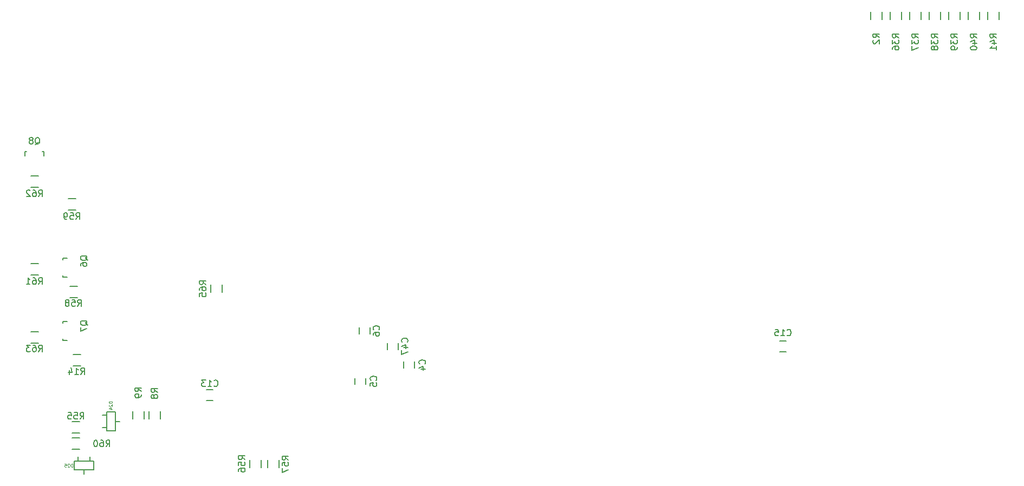
<source format=gbr>
G04 #@! TF.FileFunction,Legend,Bot*
%FSLAX46Y46*%
G04 Gerber Fmt 4.6, Leading zero omitted, Abs format (unit mm)*
G04 Created by KiCad (PCBNEW 4.0.3-stable) date 09/24/16 12:23:26*
%MOMM*%
%LPD*%
G01*
G04 APERTURE LIST*
%ADD10C,0.100000*%
%ADD11C,0.150000*%
%ADD12C,0.127000*%
%ADD13C,0.099060*%
G04 APERTURE END LIST*
D10*
D11*
X128485000Y-126246000D02*
X128485000Y-127246000D01*
X126785000Y-127246000D02*
X126785000Y-126246000D01*
X120865000Y-128806000D02*
X120865000Y-129806000D01*
X119165000Y-129806000D02*
X119165000Y-128806000D01*
X119800000Y-121912000D02*
X119800000Y-120912000D01*
X121500000Y-120912000D02*
X121500000Y-121912000D01*
X75092000Y-126859000D02*
X76292000Y-126859000D01*
X76292000Y-125109000D02*
X75092000Y-125109000D01*
X87009000Y-134020000D02*
X87009000Y-135220000D01*
X88759000Y-135220000D02*
X88759000Y-134020000D01*
X86219000Y-135220000D02*
X86219000Y-134020000D01*
X84469000Y-134020000D02*
X84469000Y-135220000D01*
X199785000Y-71536000D02*
X199785000Y-72736000D01*
X201535000Y-72736000D02*
X201535000Y-71536000D01*
X202833000Y-71536000D02*
X202833000Y-72736000D01*
X204583000Y-72736000D02*
X204583000Y-71536000D01*
X205881000Y-71536000D02*
X205881000Y-72736000D01*
X207631000Y-72736000D02*
X207631000Y-71536000D01*
X208929000Y-71536000D02*
X208929000Y-72736000D01*
X210679000Y-72736000D02*
X210679000Y-71536000D01*
X211977000Y-71536000D02*
X211977000Y-72736000D01*
X213727000Y-72736000D02*
X213727000Y-71536000D01*
X215025000Y-71536000D02*
X215025000Y-72736000D01*
X216775000Y-72736000D02*
X216775000Y-71536000D01*
X218073000Y-71536000D02*
X218073000Y-72736000D01*
X219823000Y-72736000D02*
X219823000Y-71536000D01*
X104507000Y-142793000D02*
X104507000Y-141593000D01*
X102757000Y-141593000D02*
X102757000Y-142793000D01*
X107301000Y-142840000D02*
X107301000Y-141640000D01*
X105551000Y-141640000D02*
X105551000Y-142840000D01*
X74584000Y-116191000D02*
X75784000Y-116191000D01*
X75784000Y-114441000D02*
X74584000Y-114441000D01*
X74330000Y-102475000D02*
X75530000Y-102475000D01*
X75530000Y-100725000D02*
X74330000Y-100725000D01*
D12*
X80368140Y-134620000D02*
X79707740Y-134620000D01*
X80368140Y-136525000D02*
X79707740Y-136525000D01*
X81765140Y-135572500D02*
X82425540Y-135572500D01*
X81765140Y-137071100D02*
X81765140Y-134073900D01*
X81765140Y-134073900D02*
X80368140Y-134073900D01*
X80368140Y-134073900D02*
X80368140Y-137071100D01*
X80368140Y-137071100D02*
X81765140Y-137071100D01*
X77787500Y-141754860D02*
X77787500Y-141094460D01*
X75882500Y-141754860D02*
X75882500Y-141094460D01*
X76835000Y-143151860D02*
X76835000Y-143812260D01*
X75336400Y-143151860D02*
X78333600Y-143151860D01*
X78333600Y-143151860D02*
X78333600Y-141754860D01*
X78333600Y-141754860D02*
X75336400Y-141754860D01*
X75336400Y-141754860D02*
X75336400Y-143151860D01*
D11*
X74965000Y-137400000D02*
X76165000Y-137400000D01*
X76165000Y-135650000D02*
X74965000Y-135650000D01*
X74965000Y-139940000D02*
X76165000Y-139940000D01*
X76165000Y-138190000D02*
X74965000Y-138190000D01*
X97000000Y-132295000D02*
X96000000Y-132295000D01*
X96000000Y-130595000D02*
X97000000Y-130595000D01*
X185555000Y-122975000D02*
X186555000Y-122975000D01*
X186555000Y-124675000D02*
X185555000Y-124675000D01*
X124245000Y-124325000D02*
X124245000Y-123325000D01*
X125945000Y-123325000D02*
X125945000Y-124325000D01*
X73517760Y-112805160D02*
X73517760Y-112756900D01*
X74218800Y-110006180D02*
X73517760Y-110006180D01*
X73517760Y-110006180D02*
X73517760Y-110255100D01*
X73517760Y-112805160D02*
X73517760Y-113005820D01*
X73517760Y-113005820D02*
X74218800Y-113005820D01*
X73517760Y-122711160D02*
X73517760Y-122662900D01*
X74218800Y-119912180D02*
X73517760Y-119912180D01*
X73517760Y-119912180D02*
X73517760Y-120161100D01*
X73517760Y-122711160D02*
X73517760Y-122911820D01*
X73517760Y-122911820D02*
X74218800Y-122911820D01*
X67788840Y-93329760D02*
X67837100Y-93329760D01*
X70587820Y-94030800D02*
X70587820Y-93329760D01*
X70587820Y-93329760D02*
X70338900Y-93329760D01*
X67788840Y-93329760D02*
X67588180Y-93329760D01*
X67588180Y-93329760D02*
X67588180Y-94030800D01*
X69688000Y-110885000D02*
X68488000Y-110885000D01*
X68488000Y-112635000D02*
X69688000Y-112635000D01*
X68488000Y-98919000D02*
X69688000Y-98919000D01*
X69688000Y-97169000D02*
X68488000Y-97169000D01*
X68488000Y-123303000D02*
X69688000Y-123303000D01*
X69688000Y-121553000D02*
X68488000Y-121553000D01*
X98411000Y-115408000D02*
X98411000Y-114208000D01*
X96661000Y-114208000D02*
X96661000Y-115408000D01*
X130092143Y-126579334D02*
X130139762Y-126531715D01*
X130187381Y-126388858D01*
X130187381Y-126293620D01*
X130139762Y-126150762D01*
X130044524Y-126055524D01*
X129949286Y-126007905D01*
X129758810Y-125960286D01*
X129615952Y-125960286D01*
X129425476Y-126007905D01*
X129330238Y-126055524D01*
X129235000Y-126150762D01*
X129187381Y-126293620D01*
X129187381Y-126388858D01*
X129235000Y-126531715D01*
X129282619Y-126579334D01*
X129520714Y-127436477D02*
X130187381Y-127436477D01*
X129139762Y-127198381D02*
X129854048Y-126960286D01*
X129854048Y-127579334D01*
X122472143Y-129139334D02*
X122519762Y-129091715D01*
X122567381Y-128948858D01*
X122567381Y-128853620D01*
X122519762Y-128710762D01*
X122424524Y-128615524D01*
X122329286Y-128567905D01*
X122138810Y-128520286D01*
X121995952Y-128520286D01*
X121805476Y-128567905D01*
X121710238Y-128615524D01*
X121615000Y-128710762D01*
X121567381Y-128853620D01*
X121567381Y-128948858D01*
X121615000Y-129091715D01*
X121662619Y-129139334D01*
X121567381Y-130044096D02*
X121567381Y-129567905D01*
X122043571Y-129520286D01*
X121995952Y-129567905D01*
X121948333Y-129663143D01*
X121948333Y-129901239D01*
X121995952Y-129996477D01*
X122043571Y-130044096D01*
X122138810Y-130091715D01*
X122376905Y-130091715D01*
X122472143Y-130044096D01*
X122519762Y-129996477D01*
X122567381Y-129901239D01*
X122567381Y-129663143D01*
X122519762Y-129567905D01*
X122472143Y-129520286D01*
X122912143Y-121245334D02*
X122959762Y-121197715D01*
X123007381Y-121054858D01*
X123007381Y-120959620D01*
X122959762Y-120816762D01*
X122864524Y-120721524D01*
X122769286Y-120673905D01*
X122578810Y-120626286D01*
X122435952Y-120626286D01*
X122245476Y-120673905D01*
X122150238Y-120721524D01*
X122055000Y-120816762D01*
X122007381Y-120959620D01*
X122007381Y-121054858D01*
X122055000Y-121197715D01*
X122102619Y-121245334D01*
X122007381Y-122102477D02*
X122007381Y-121912000D01*
X122055000Y-121816762D01*
X122102619Y-121769143D01*
X122245476Y-121673905D01*
X122435952Y-121626286D01*
X122816905Y-121626286D01*
X122912143Y-121673905D01*
X122959762Y-121721524D01*
X123007381Y-121816762D01*
X123007381Y-122007239D01*
X122959762Y-122102477D01*
X122912143Y-122150096D01*
X122816905Y-122197715D01*
X122578810Y-122197715D01*
X122483571Y-122150096D01*
X122435952Y-122102477D01*
X122388333Y-122007239D01*
X122388333Y-121816762D01*
X122435952Y-121721524D01*
X122483571Y-121673905D01*
X122578810Y-121626286D01*
X76334857Y-128214381D02*
X76668191Y-127738190D01*
X76906286Y-128214381D02*
X76906286Y-127214381D01*
X76525333Y-127214381D01*
X76430095Y-127262000D01*
X76382476Y-127309619D01*
X76334857Y-127404857D01*
X76334857Y-127547714D01*
X76382476Y-127642952D01*
X76430095Y-127690571D01*
X76525333Y-127738190D01*
X76906286Y-127738190D01*
X75382476Y-128214381D02*
X75953905Y-128214381D01*
X75668191Y-128214381D02*
X75668191Y-127214381D01*
X75763429Y-127357238D01*
X75858667Y-127452476D01*
X75953905Y-127500095D01*
X74525333Y-127547714D02*
X74525333Y-128214381D01*
X74763429Y-127166762D02*
X75001524Y-127881048D01*
X74382476Y-127881048D01*
X88336381Y-131024334D02*
X87860190Y-130691000D01*
X88336381Y-130452905D02*
X87336381Y-130452905D01*
X87336381Y-130833858D01*
X87384000Y-130929096D01*
X87431619Y-130976715D01*
X87526857Y-131024334D01*
X87669714Y-131024334D01*
X87764952Y-130976715D01*
X87812571Y-130929096D01*
X87860190Y-130833858D01*
X87860190Y-130452905D01*
X87764952Y-131595762D02*
X87717333Y-131500524D01*
X87669714Y-131452905D01*
X87574476Y-131405286D01*
X87526857Y-131405286D01*
X87431619Y-131452905D01*
X87384000Y-131500524D01*
X87336381Y-131595762D01*
X87336381Y-131786239D01*
X87384000Y-131881477D01*
X87431619Y-131929096D01*
X87526857Y-131976715D01*
X87574476Y-131976715D01*
X87669714Y-131929096D01*
X87717333Y-131881477D01*
X87764952Y-131786239D01*
X87764952Y-131595762D01*
X87812571Y-131500524D01*
X87860190Y-131452905D01*
X87955429Y-131405286D01*
X88145905Y-131405286D01*
X88241143Y-131452905D01*
X88288762Y-131500524D01*
X88336381Y-131595762D01*
X88336381Y-131786239D01*
X88288762Y-131881477D01*
X88241143Y-131929096D01*
X88145905Y-131976715D01*
X87955429Y-131976715D01*
X87860190Y-131929096D01*
X87812571Y-131881477D01*
X87764952Y-131786239D01*
X85796381Y-130897334D02*
X85320190Y-130564000D01*
X85796381Y-130325905D02*
X84796381Y-130325905D01*
X84796381Y-130706858D01*
X84844000Y-130802096D01*
X84891619Y-130849715D01*
X84986857Y-130897334D01*
X85129714Y-130897334D01*
X85224952Y-130849715D01*
X85272571Y-130802096D01*
X85320190Y-130706858D01*
X85320190Y-130325905D01*
X85796381Y-131373524D02*
X85796381Y-131564000D01*
X85748762Y-131659239D01*
X85701143Y-131706858D01*
X85558286Y-131802096D01*
X85367810Y-131849715D01*
X84986857Y-131849715D01*
X84891619Y-131802096D01*
X84844000Y-131754477D01*
X84796381Y-131659239D01*
X84796381Y-131468762D01*
X84844000Y-131373524D01*
X84891619Y-131325905D01*
X84986857Y-131278286D01*
X85224952Y-131278286D01*
X85320190Y-131325905D01*
X85367810Y-131373524D01*
X85415429Y-131468762D01*
X85415429Y-131659239D01*
X85367810Y-131754477D01*
X85320190Y-131802096D01*
X85224952Y-131849715D01*
X201112381Y-75525334D02*
X200636190Y-75192000D01*
X201112381Y-74953905D02*
X200112381Y-74953905D01*
X200112381Y-75334858D01*
X200160000Y-75430096D01*
X200207619Y-75477715D01*
X200302857Y-75525334D01*
X200445714Y-75525334D01*
X200540952Y-75477715D01*
X200588571Y-75430096D01*
X200636190Y-75334858D01*
X200636190Y-74953905D01*
X200207619Y-75906286D02*
X200160000Y-75953905D01*
X200112381Y-76049143D01*
X200112381Y-76287239D01*
X200160000Y-76382477D01*
X200207619Y-76430096D01*
X200302857Y-76477715D01*
X200398095Y-76477715D01*
X200540952Y-76430096D01*
X201112381Y-75858667D01*
X201112381Y-76477715D01*
X204160381Y-75557143D02*
X203684190Y-75223809D01*
X204160381Y-74985714D02*
X203160381Y-74985714D01*
X203160381Y-75366667D01*
X203208000Y-75461905D01*
X203255619Y-75509524D01*
X203350857Y-75557143D01*
X203493714Y-75557143D01*
X203588952Y-75509524D01*
X203636571Y-75461905D01*
X203684190Y-75366667D01*
X203684190Y-74985714D01*
X203160381Y-75890476D02*
X203160381Y-76509524D01*
X203541333Y-76176190D01*
X203541333Y-76319048D01*
X203588952Y-76414286D01*
X203636571Y-76461905D01*
X203731810Y-76509524D01*
X203969905Y-76509524D01*
X204065143Y-76461905D01*
X204112762Y-76414286D01*
X204160381Y-76319048D01*
X204160381Y-76033333D01*
X204112762Y-75938095D01*
X204065143Y-75890476D01*
X203160381Y-77366667D02*
X203160381Y-77176190D01*
X203208000Y-77080952D01*
X203255619Y-77033333D01*
X203398476Y-76938095D01*
X203588952Y-76890476D01*
X203969905Y-76890476D01*
X204065143Y-76938095D01*
X204112762Y-76985714D01*
X204160381Y-77080952D01*
X204160381Y-77271429D01*
X204112762Y-77366667D01*
X204065143Y-77414286D01*
X203969905Y-77461905D01*
X203731810Y-77461905D01*
X203636571Y-77414286D01*
X203588952Y-77366667D01*
X203541333Y-77271429D01*
X203541333Y-77080952D01*
X203588952Y-76985714D01*
X203636571Y-76938095D01*
X203731810Y-76890476D01*
X207208381Y-75557143D02*
X206732190Y-75223809D01*
X207208381Y-74985714D02*
X206208381Y-74985714D01*
X206208381Y-75366667D01*
X206256000Y-75461905D01*
X206303619Y-75509524D01*
X206398857Y-75557143D01*
X206541714Y-75557143D01*
X206636952Y-75509524D01*
X206684571Y-75461905D01*
X206732190Y-75366667D01*
X206732190Y-74985714D01*
X206208381Y-75890476D02*
X206208381Y-76509524D01*
X206589333Y-76176190D01*
X206589333Y-76319048D01*
X206636952Y-76414286D01*
X206684571Y-76461905D01*
X206779810Y-76509524D01*
X207017905Y-76509524D01*
X207113143Y-76461905D01*
X207160762Y-76414286D01*
X207208381Y-76319048D01*
X207208381Y-76033333D01*
X207160762Y-75938095D01*
X207113143Y-75890476D01*
X206208381Y-76842857D02*
X206208381Y-77509524D01*
X207208381Y-77080952D01*
X210256381Y-75557143D02*
X209780190Y-75223809D01*
X210256381Y-74985714D02*
X209256381Y-74985714D01*
X209256381Y-75366667D01*
X209304000Y-75461905D01*
X209351619Y-75509524D01*
X209446857Y-75557143D01*
X209589714Y-75557143D01*
X209684952Y-75509524D01*
X209732571Y-75461905D01*
X209780190Y-75366667D01*
X209780190Y-74985714D01*
X209256381Y-75890476D02*
X209256381Y-76509524D01*
X209637333Y-76176190D01*
X209637333Y-76319048D01*
X209684952Y-76414286D01*
X209732571Y-76461905D01*
X209827810Y-76509524D01*
X210065905Y-76509524D01*
X210161143Y-76461905D01*
X210208762Y-76414286D01*
X210256381Y-76319048D01*
X210256381Y-76033333D01*
X210208762Y-75938095D01*
X210161143Y-75890476D01*
X209684952Y-77080952D02*
X209637333Y-76985714D01*
X209589714Y-76938095D01*
X209494476Y-76890476D01*
X209446857Y-76890476D01*
X209351619Y-76938095D01*
X209304000Y-76985714D01*
X209256381Y-77080952D01*
X209256381Y-77271429D01*
X209304000Y-77366667D01*
X209351619Y-77414286D01*
X209446857Y-77461905D01*
X209494476Y-77461905D01*
X209589714Y-77414286D01*
X209637333Y-77366667D01*
X209684952Y-77271429D01*
X209684952Y-77080952D01*
X209732571Y-76985714D01*
X209780190Y-76938095D01*
X209875429Y-76890476D01*
X210065905Y-76890476D01*
X210161143Y-76938095D01*
X210208762Y-76985714D01*
X210256381Y-77080952D01*
X210256381Y-77271429D01*
X210208762Y-77366667D01*
X210161143Y-77414286D01*
X210065905Y-77461905D01*
X209875429Y-77461905D01*
X209780190Y-77414286D01*
X209732571Y-77366667D01*
X209684952Y-77271429D01*
X213304381Y-75557143D02*
X212828190Y-75223809D01*
X213304381Y-74985714D02*
X212304381Y-74985714D01*
X212304381Y-75366667D01*
X212352000Y-75461905D01*
X212399619Y-75509524D01*
X212494857Y-75557143D01*
X212637714Y-75557143D01*
X212732952Y-75509524D01*
X212780571Y-75461905D01*
X212828190Y-75366667D01*
X212828190Y-74985714D01*
X212304381Y-75890476D02*
X212304381Y-76509524D01*
X212685333Y-76176190D01*
X212685333Y-76319048D01*
X212732952Y-76414286D01*
X212780571Y-76461905D01*
X212875810Y-76509524D01*
X213113905Y-76509524D01*
X213209143Y-76461905D01*
X213256762Y-76414286D01*
X213304381Y-76319048D01*
X213304381Y-76033333D01*
X213256762Y-75938095D01*
X213209143Y-75890476D01*
X213304381Y-76985714D02*
X213304381Y-77176190D01*
X213256762Y-77271429D01*
X213209143Y-77319048D01*
X213066286Y-77414286D01*
X212875810Y-77461905D01*
X212494857Y-77461905D01*
X212399619Y-77414286D01*
X212352000Y-77366667D01*
X212304381Y-77271429D01*
X212304381Y-77080952D01*
X212352000Y-76985714D01*
X212399619Y-76938095D01*
X212494857Y-76890476D01*
X212732952Y-76890476D01*
X212828190Y-76938095D01*
X212875810Y-76985714D01*
X212923429Y-77080952D01*
X212923429Y-77271429D01*
X212875810Y-77366667D01*
X212828190Y-77414286D01*
X212732952Y-77461905D01*
X216352381Y-75557143D02*
X215876190Y-75223809D01*
X216352381Y-74985714D02*
X215352381Y-74985714D01*
X215352381Y-75366667D01*
X215400000Y-75461905D01*
X215447619Y-75509524D01*
X215542857Y-75557143D01*
X215685714Y-75557143D01*
X215780952Y-75509524D01*
X215828571Y-75461905D01*
X215876190Y-75366667D01*
X215876190Y-74985714D01*
X215685714Y-76414286D02*
X216352381Y-76414286D01*
X215304762Y-76176190D02*
X216019048Y-75938095D01*
X216019048Y-76557143D01*
X215352381Y-77128571D02*
X215352381Y-77223810D01*
X215400000Y-77319048D01*
X215447619Y-77366667D01*
X215542857Y-77414286D01*
X215733333Y-77461905D01*
X215971429Y-77461905D01*
X216161905Y-77414286D01*
X216257143Y-77366667D01*
X216304762Y-77319048D01*
X216352381Y-77223810D01*
X216352381Y-77128571D01*
X216304762Y-77033333D01*
X216257143Y-76985714D01*
X216161905Y-76938095D01*
X215971429Y-76890476D01*
X215733333Y-76890476D01*
X215542857Y-76938095D01*
X215447619Y-76985714D01*
X215400000Y-77033333D01*
X215352381Y-77128571D01*
X219400381Y-75557143D02*
X218924190Y-75223809D01*
X219400381Y-74985714D02*
X218400381Y-74985714D01*
X218400381Y-75366667D01*
X218448000Y-75461905D01*
X218495619Y-75509524D01*
X218590857Y-75557143D01*
X218733714Y-75557143D01*
X218828952Y-75509524D01*
X218876571Y-75461905D01*
X218924190Y-75366667D01*
X218924190Y-74985714D01*
X218733714Y-76414286D02*
X219400381Y-76414286D01*
X218352762Y-76176190D02*
X219067048Y-75938095D01*
X219067048Y-76557143D01*
X219400381Y-77461905D02*
X219400381Y-76890476D01*
X219400381Y-77176190D02*
X218400381Y-77176190D01*
X218543238Y-77080952D01*
X218638476Y-76985714D01*
X218686095Y-76890476D01*
X101984381Y-141550143D02*
X101508190Y-141216809D01*
X101984381Y-140978714D02*
X100984381Y-140978714D01*
X100984381Y-141359667D01*
X101032000Y-141454905D01*
X101079619Y-141502524D01*
X101174857Y-141550143D01*
X101317714Y-141550143D01*
X101412952Y-141502524D01*
X101460571Y-141454905D01*
X101508190Y-141359667D01*
X101508190Y-140978714D01*
X100984381Y-142454905D02*
X100984381Y-141978714D01*
X101460571Y-141931095D01*
X101412952Y-141978714D01*
X101365333Y-142073952D01*
X101365333Y-142312048D01*
X101412952Y-142407286D01*
X101460571Y-142454905D01*
X101555810Y-142502524D01*
X101793905Y-142502524D01*
X101889143Y-142454905D01*
X101936762Y-142407286D01*
X101984381Y-142312048D01*
X101984381Y-142073952D01*
X101936762Y-141978714D01*
X101889143Y-141931095D01*
X100984381Y-143359667D02*
X100984381Y-143169190D01*
X101032000Y-143073952D01*
X101079619Y-143026333D01*
X101222476Y-142931095D01*
X101412952Y-142883476D01*
X101793905Y-142883476D01*
X101889143Y-142931095D01*
X101936762Y-142978714D01*
X101984381Y-143073952D01*
X101984381Y-143264429D01*
X101936762Y-143359667D01*
X101889143Y-143407286D01*
X101793905Y-143454905D01*
X101555810Y-143454905D01*
X101460571Y-143407286D01*
X101412952Y-143359667D01*
X101365333Y-143264429D01*
X101365333Y-143073952D01*
X101412952Y-142978714D01*
X101460571Y-142931095D01*
X101555810Y-142883476D01*
X108783381Y-141597143D02*
X108307190Y-141263809D01*
X108783381Y-141025714D02*
X107783381Y-141025714D01*
X107783381Y-141406667D01*
X107831000Y-141501905D01*
X107878619Y-141549524D01*
X107973857Y-141597143D01*
X108116714Y-141597143D01*
X108211952Y-141549524D01*
X108259571Y-141501905D01*
X108307190Y-141406667D01*
X108307190Y-141025714D01*
X107783381Y-142501905D02*
X107783381Y-142025714D01*
X108259571Y-141978095D01*
X108211952Y-142025714D01*
X108164333Y-142120952D01*
X108164333Y-142359048D01*
X108211952Y-142454286D01*
X108259571Y-142501905D01*
X108354810Y-142549524D01*
X108592905Y-142549524D01*
X108688143Y-142501905D01*
X108735762Y-142454286D01*
X108783381Y-142359048D01*
X108783381Y-142120952D01*
X108735762Y-142025714D01*
X108688143Y-141978095D01*
X107783381Y-142882857D02*
X107783381Y-143549524D01*
X108783381Y-143120952D01*
X75826857Y-117546381D02*
X76160191Y-117070190D01*
X76398286Y-117546381D02*
X76398286Y-116546381D01*
X76017333Y-116546381D01*
X75922095Y-116594000D01*
X75874476Y-116641619D01*
X75826857Y-116736857D01*
X75826857Y-116879714D01*
X75874476Y-116974952D01*
X75922095Y-117022571D01*
X76017333Y-117070190D01*
X76398286Y-117070190D01*
X74922095Y-116546381D02*
X75398286Y-116546381D01*
X75445905Y-117022571D01*
X75398286Y-116974952D01*
X75303048Y-116927333D01*
X75064952Y-116927333D01*
X74969714Y-116974952D01*
X74922095Y-117022571D01*
X74874476Y-117117810D01*
X74874476Y-117355905D01*
X74922095Y-117451143D01*
X74969714Y-117498762D01*
X75064952Y-117546381D01*
X75303048Y-117546381D01*
X75398286Y-117498762D01*
X75445905Y-117451143D01*
X74303048Y-116974952D02*
X74398286Y-116927333D01*
X74445905Y-116879714D01*
X74493524Y-116784476D01*
X74493524Y-116736857D01*
X74445905Y-116641619D01*
X74398286Y-116594000D01*
X74303048Y-116546381D01*
X74112571Y-116546381D01*
X74017333Y-116594000D01*
X73969714Y-116641619D01*
X73922095Y-116736857D01*
X73922095Y-116784476D01*
X73969714Y-116879714D01*
X74017333Y-116927333D01*
X74112571Y-116974952D01*
X74303048Y-116974952D01*
X74398286Y-117022571D01*
X74445905Y-117070190D01*
X74493524Y-117165429D01*
X74493524Y-117355905D01*
X74445905Y-117451143D01*
X74398286Y-117498762D01*
X74303048Y-117546381D01*
X74112571Y-117546381D01*
X74017333Y-117498762D01*
X73969714Y-117451143D01*
X73922095Y-117355905D01*
X73922095Y-117165429D01*
X73969714Y-117070190D01*
X74017333Y-117022571D01*
X74112571Y-116974952D01*
X75572857Y-103957381D02*
X75906191Y-103481190D01*
X76144286Y-103957381D02*
X76144286Y-102957381D01*
X75763333Y-102957381D01*
X75668095Y-103005000D01*
X75620476Y-103052619D01*
X75572857Y-103147857D01*
X75572857Y-103290714D01*
X75620476Y-103385952D01*
X75668095Y-103433571D01*
X75763333Y-103481190D01*
X76144286Y-103481190D01*
X74668095Y-102957381D02*
X75144286Y-102957381D01*
X75191905Y-103433571D01*
X75144286Y-103385952D01*
X75049048Y-103338333D01*
X74810952Y-103338333D01*
X74715714Y-103385952D01*
X74668095Y-103433571D01*
X74620476Y-103528810D01*
X74620476Y-103766905D01*
X74668095Y-103862143D01*
X74715714Y-103909762D01*
X74810952Y-103957381D01*
X75049048Y-103957381D01*
X75144286Y-103909762D01*
X75191905Y-103862143D01*
X74144286Y-103957381D02*
X73953810Y-103957381D01*
X73858571Y-103909762D01*
X73810952Y-103862143D01*
X73715714Y-103719286D01*
X73668095Y-103528810D01*
X73668095Y-103147857D01*
X73715714Y-103052619D01*
X73763333Y-103005000D01*
X73858571Y-102957381D01*
X74049048Y-102957381D01*
X74144286Y-103005000D01*
X74191905Y-103052619D01*
X74239524Y-103147857D01*
X74239524Y-103385952D01*
X74191905Y-103481190D01*
X74144286Y-103528810D01*
X74049048Y-103576429D01*
X73858571Y-103576429D01*
X73763333Y-103528810D01*
X73715714Y-103481190D01*
X73668095Y-103385952D01*
D13*
X81252362Y-132488396D02*
X80751982Y-132488396D01*
X80751982Y-132607534D01*
X80775810Y-132679017D01*
X80823465Y-132726672D01*
X80871120Y-132750500D01*
X80966431Y-132774328D01*
X81037914Y-132774328D01*
X81133224Y-132750500D01*
X81180880Y-132726672D01*
X81228535Y-132679017D01*
X81252362Y-132607534D01*
X81252362Y-132488396D01*
X80799638Y-132964948D02*
X80775810Y-132988776D01*
X80751982Y-133036431D01*
X80751982Y-133155569D01*
X80775810Y-133203225D01*
X80799638Y-133227052D01*
X80847293Y-133250880D01*
X80894948Y-133250880D01*
X80966431Y-133227052D01*
X81252362Y-132941121D01*
X81252362Y-133250880D01*
X80918776Y-133679777D02*
X81252362Y-133679777D01*
X80728155Y-133560639D02*
X81085569Y-133441500D01*
X81085569Y-133751260D01*
X75029604Y-142720362D02*
X75029604Y-142219982D01*
X74910466Y-142219982D01*
X74838983Y-142243810D01*
X74791328Y-142291465D01*
X74767500Y-142339120D01*
X74743672Y-142434431D01*
X74743672Y-142505914D01*
X74767500Y-142601224D01*
X74791328Y-142648880D01*
X74838983Y-142696535D01*
X74910466Y-142720362D01*
X75029604Y-142720362D01*
X74553052Y-142267638D02*
X74529224Y-142243810D01*
X74481569Y-142219982D01*
X74362431Y-142219982D01*
X74314775Y-142243810D01*
X74290948Y-142267638D01*
X74267120Y-142315293D01*
X74267120Y-142362948D01*
X74290948Y-142434431D01*
X74576879Y-142720362D01*
X74267120Y-142720362D01*
X73814396Y-142219982D02*
X74052672Y-142219982D01*
X74076500Y-142458259D01*
X74052672Y-142434431D01*
X74005017Y-142410603D01*
X73885879Y-142410603D01*
X73838223Y-142434431D01*
X73814396Y-142458259D01*
X73790568Y-142505914D01*
X73790568Y-142625052D01*
X73814396Y-142672707D01*
X73838223Y-142696535D01*
X73885879Y-142720362D01*
X74005017Y-142720362D01*
X74052672Y-142696535D01*
X74076500Y-142672707D01*
D11*
X76207857Y-135199381D02*
X76541191Y-134723190D01*
X76779286Y-135199381D02*
X76779286Y-134199381D01*
X76398333Y-134199381D01*
X76303095Y-134247000D01*
X76255476Y-134294619D01*
X76207857Y-134389857D01*
X76207857Y-134532714D01*
X76255476Y-134627952D01*
X76303095Y-134675571D01*
X76398333Y-134723190D01*
X76779286Y-134723190D01*
X75303095Y-134199381D02*
X75779286Y-134199381D01*
X75826905Y-134675571D01*
X75779286Y-134627952D01*
X75684048Y-134580333D01*
X75445952Y-134580333D01*
X75350714Y-134627952D01*
X75303095Y-134675571D01*
X75255476Y-134770810D01*
X75255476Y-135008905D01*
X75303095Y-135104143D01*
X75350714Y-135151762D01*
X75445952Y-135199381D01*
X75684048Y-135199381D01*
X75779286Y-135151762D01*
X75826905Y-135104143D01*
X74350714Y-134199381D02*
X74826905Y-134199381D01*
X74874524Y-134675571D01*
X74826905Y-134627952D01*
X74731667Y-134580333D01*
X74493571Y-134580333D01*
X74398333Y-134627952D01*
X74350714Y-134675571D01*
X74303095Y-134770810D01*
X74303095Y-135008905D01*
X74350714Y-135104143D01*
X74398333Y-135151762D01*
X74493571Y-135199381D01*
X74731667Y-135199381D01*
X74826905Y-135151762D01*
X74874524Y-135104143D01*
X80271857Y-139517381D02*
X80605191Y-139041190D01*
X80843286Y-139517381D02*
X80843286Y-138517381D01*
X80462333Y-138517381D01*
X80367095Y-138565000D01*
X80319476Y-138612619D01*
X80271857Y-138707857D01*
X80271857Y-138850714D01*
X80319476Y-138945952D01*
X80367095Y-138993571D01*
X80462333Y-139041190D01*
X80843286Y-139041190D01*
X79414714Y-138517381D02*
X79605191Y-138517381D01*
X79700429Y-138565000D01*
X79748048Y-138612619D01*
X79843286Y-138755476D01*
X79890905Y-138945952D01*
X79890905Y-139326905D01*
X79843286Y-139422143D01*
X79795667Y-139469762D01*
X79700429Y-139517381D01*
X79509952Y-139517381D01*
X79414714Y-139469762D01*
X79367095Y-139422143D01*
X79319476Y-139326905D01*
X79319476Y-139088810D01*
X79367095Y-138993571D01*
X79414714Y-138945952D01*
X79509952Y-138898333D01*
X79700429Y-138898333D01*
X79795667Y-138945952D01*
X79843286Y-138993571D01*
X79890905Y-139088810D01*
X78700429Y-138517381D02*
X78605190Y-138517381D01*
X78509952Y-138565000D01*
X78462333Y-138612619D01*
X78414714Y-138707857D01*
X78367095Y-138898333D01*
X78367095Y-139136429D01*
X78414714Y-139326905D01*
X78462333Y-139422143D01*
X78509952Y-139469762D01*
X78605190Y-139517381D01*
X78700429Y-139517381D01*
X78795667Y-139469762D01*
X78843286Y-139422143D01*
X78890905Y-139326905D01*
X78938524Y-139136429D01*
X78938524Y-138898333D01*
X78890905Y-138707857D01*
X78843286Y-138612619D01*
X78795667Y-138565000D01*
X78700429Y-138517381D01*
X97142857Y-130024143D02*
X97190476Y-130071762D01*
X97333333Y-130119381D01*
X97428571Y-130119381D01*
X97571429Y-130071762D01*
X97666667Y-129976524D01*
X97714286Y-129881286D01*
X97761905Y-129690810D01*
X97761905Y-129547952D01*
X97714286Y-129357476D01*
X97666667Y-129262238D01*
X97571429Y-129167000D01*
X97428571Y-129119381D01*
X97333333Y-129119381D01*
X97190476Y-129167000D01*
X97142857Y-129214619D01*
X96190476Y-130119381D02*
X96761905Y-130119381D01*
X96476191Y-130119381D02*
X96476191Y-129119381D01*
X96571429Y-129262238D01*
X96666667Y-129357476D01*
X96761905Y-129405095D01*
X95857143Y-129119381D02*
X95238095Y-129119381D01*
X95571429Y-129500333D01*
X95428571Y-129500333D01*
X95333333Y-129547952D01*
X95285714Y-129595571D01*
X95238095Y-129690810D01*
X95238095Y-129928905D01*
X95285714Y-130024143D01*
X95333333Y-130071762D01*
X95428571Y-130119381D01*
X95714286Y-130119381D01*
X95809524Y-130071762D01*
X95857143Y-130024143D01*
X186697857Y-122082143D02*
X186745476Y-122129762D01*
X186888333Y-122177381D01*
X186983571Y-122177381D01*
X187126429Y-122129762D01*
X187221667Y-122034524D01*
X187269286Y-121939286D01*
X187316905Y-121748810D01*
X187316905Y-121605952D01*
X187269286Y-121415476D01*
X187221667Y-121320238D01*
X187126429Y-121225000D01*
X186983571Y-121177381D01*
X186888333Y-121177381D01*
X186745476Y-121225000D01*
X186697857Y-121272619D01*
X185745476Y-122177381D02*
X186316905Y-122177381D01*
X186031191Y-122177381D02*
X186031191Y-121177381D01*
X186126429Y-121320238D01*
X186221667Y-121415476D01*
X186316905Y-121463095D01*
X184840714Y-121177381D02*
X185316905Y-121177381D01*
X185364524Y-121653571D01*
X185316905Y-121605952D01*
X185221667Y-121558333D01*
X184983571Y-121558333D01*
X184888333Y-121605952D01*
X184840714Y-121653571D01*
X184793095Y-121748810D01*
X184793095Y-121986905D01*
X184840714Y-122082143D01*
X184888333Y-122129762D01*
X184983571Y-122177381D01*
X185221667Y-122177381D01*
X185316905Y-122129762D01*
X185364524Y-122082143D01*
X127357143Y-123182143D02*
X127404762Y-123134524D01*
X127452381Y-122991667D01*
X127452381Y-122896429D01*
X127404762Y-122753571D01*
X127309524Y-122658333D01*
X127214286Y-122610714D01*
X127023810Y-122563095D01*
X126880952Y-122563095D01*
X126690476Y-122610714D01*
X126595238Y-122658333D01*
X126500000Y-122753571D01*
X126452381Y-122896429D01*
X126452381Y-122991667D01*
X126500000Y-123134524D01*
X126547619Y-123182143D01*
X126785714Y-124039286D02*
X127452381Y-124039286D01*
X126404762Y-123801190D02*
X127119048Y-123563095D01*
X127119048Y-124182143D01*
X126452381Y-124467857D02*
X126452381Y-125134524D01*
X127452381Y-124705952D01*
X77382619Y-110394762D02*
X77335000Y-110299524D01*
X77239762Y-110204286D01*
X77096905Y-110061429D01*
X77049286Y-109966190D01*
X77049286Y-109870952D01*
X77287381Y-109918571D02*
X77239762Y-109823333D01*
X77144524Y-109728095D01*
X76954048Y-109680476D01*
X76620714Y-109680476D01*
X76430238Y-109728095D01*
X76335000Y-109823333D01*
X76287381Y-109918571D01*
X76287381Y-110109048D01*
X76335000Y-110204286D01*
X76430238Y-110299524D01*
X76620714Y-110347143D01*
X76954048Y-110347143D01*
X77144524Y-110299524D01*
X77239762Y-110204286D01*
X77287381Y-110109048D01*
X77287381Y-109918571D01*
X76287381Y-111204286D02*
X76287381Y-111013809D01*
X76335000Y-110918571D01*
X76382619Y-110870952D01*
X76525476Y-110775714D01*
X76715952Y-110728095D01*
X77096905Y-110728095D01*
X77192143Y-110775714D01*
X77239762Y-110823333D01*
X77287381Y-110918571D01*
X77287381Y-111109048D01*
X77239762Y-111204286D01*
X77192143Y-111251905D01*
X77096905Y-111299524D01*
X76858810Y-111299524D01*
X76763571Y-111251905D01*
X76715952Y-111204286D01*
X76668333Y-111109048D01*
X76668333Y-110918571D01*
X76715952Y-110823333D01*
X76763571Y-110775714D01*
X76858810Y-110728095D01*
X77382619Y-120554762D02*
X77335000Y-120459524D01*
X77239762Y-120364286D01*
X77096905Y-120221429D01*
X77049286Y-120126190D01*
X77049286Y-120030952D01*
X77287381Y-120078571D02*
X77239762Y-119983333D01*
X77144524Y-119888095D01*
X76954048Y-119840476D01*
X76620714Y-119840476D01*
X76430238Y-119888095D01*
X76335000Y-119983333D01*
X76287381Y-120078571D01*
X76287381Y-120269048D01*
X76335000Y-120364286D01*
X76430238Y-120459524D01*
X76620714Y-120507143D01*
X76954048Y-120507143D01*
X77144524Y-120459524D01*
X77239762Y-120364286D01*
X77287381Y-120269048D01*
X77287381Y-120078571D01*
X76287381Y-120840476D02*
X76287381Y-121507143D01*
X77287381Y-121078571D01*
X69183238Y-92277619D02*
X69278476Y-92230000D01*
X69373714Y-92134762D01*
X69516571Y-91991905D01*
X69611810Y-91944286D01*
X69707048Y-91944286D01*
X69659429Y-92182381D02*
X69754667Y-92134762D01*
X69849905Y-92039524D01*
X69897524Y-91849048D01*
X69897524Y-91515714D01*
X69849905Y-91325238D01*
X69754667Y-91230000D01*
X69659429Y-91182381D01*
X69468952Y-91182381D01*
X69373714Y-91230000D01*
X69278476Y-91325238D01*
X69230857Y-91515714D01*
X69230857Y-91849048D01*
X69278476Y-92039524D01*
X69373714Y-92134762D01*
X69468952Y-92182381D01*
X69659429Y-92182381D01*
X68659429Y-91610952D02*
X68754667Y-91563333D01*
X68802286Y-91515714D01*
X68849905Y-91420476D01*
X68849905Y-91372857D01*
X68802286Y-91277619D01*
X68754667Y-91230000D01*
X68659429Y-91182381D01*
X68468952Y-91182381D01*
X68373714Y-91230000D01*
X68326095Y-91277619D01*
X68278476Y-91372857D01*
X68278476Y-91420476D01*
X68326095Y-91515714D01*
X68373714Y-91563333D01*
X68468952Y-91610952D01*
X68659429Y-91610952D01*
X68754667Y-91658571D01*
X68802286Y-91706190D01*
X68849905Y-91801429D01*
X68849905Y-91991905D01*
X68802286Y-92087143D01*
X68754667Y-92134762D01*
X68659429Y-92182381D01*
X68468952Y-92182381D01*
X68373714Y-92134762D01*
X68326095Y-92087143D01*
X68278476Y-91991905D01*
X68278476Y-91801429D01*
X68326095Y-91706190D01*
X68373714Y-91658571D01*
X68468952Y-91610952D01*
X69730857Y-114117381D02*
X70064191Y-113641190D01*
X70302286Y-114117381D02*
X70302286Y-113117381D01*
X69921333Y-113117381D01*
X69826095Y-113165000D01*
X69778476Y-113212619D01*
X69730857Y-113307857D01*
X69730857Y-113450714D01*
X69778476Y-113545952D01*
X69826095Y-113593571D01*
X69921333Y-113641190D01*
X70302286Y-113641190D01*
X68873714Y-113117381D02*
X69064191Y-113117381D01*
X69159429Y-113165000D01*
X69207048Y-113212619D01*
X69302286Y-113355476D01*
X69349905Y-113545952D01*
X69349905Y-113926905D01*
X69302286Y-114022143D01*
X69254667Y-114069762D01*
X69159429Y-114117381D01*
X68968952Y-114117381D01*
X68873714Y-114069762D01*
X68826095Y-114022143D01*
X68778476Y-113926905D01*
X68778476Y-113688810D01*
X68826095Y-113593571D01*
X68873714Y-113545952D01*
X68968952Y-113498333D01*
X69159429Y-113498333D01*
X69254667Y-113545952D01*
X69302286Y-113593571D01*
X69349905Y-113688810D01*
X67826095Y-114117381D02*
X68397524Y-114117381D01*
X68111810Y-114117381D02*
X68111810Y-113117381D01*
X68207048Y-113260238D01*
X68302286Y-113355476D01*
X68397524Y-113403095D01*
X69730857Y-100401381D02*
X70064191Y-99925190D01*
X70302286Y-100401381D02*
X70302286Y-99401381D01*
X69921333Y-99401381D01*
X69826095Y-99449000D01*
X69778476Y-99496619D01*
X69730857Y-99591857D01*
X69730857Y-99734714D01*
X69778476Y-99829952D01*
X69826095Y-99877571D01*
X69921333Y-99925190D01*
X70302286Y-99925190D01*
X68873714Y-99401381D02*
X69064191Y-99401381D01*
X69159429Y-99449000D01*
X69207048Y-99496619D01*
X69302286Y-99639476D01*
X69349905Y-99829952D01*
X69349905Y-100210905D01*
X69302286Y-100306143D01*
X69254667Y-100353762D01*
X69159429Y-100401381D01*
X68968952Y-100401381D01*
X68873714Y-100353762D01*
X68826095Y-100306143D01*
X68778476Y-100210905D01*
X68778476Y-99972810D01*
X68826095Y-99877571D01*
X68873714Y-99829952D01*
X68968952Y-99782333D01*
X69159429Y-99782333D01*
X69254667Y-99829952D01*
X69302286Y-99877571D01*
X69349905Y-99972810D01*
X68397524Y-99496619D02*
X68349905Y-99449000D01*
X68254667Y-99401381D01*
X68016571Y-99401381D01*
X67921333Y-99449000D01*
X67873714Y-99496619D01*
X67826095Y-99591857D01*
X67826095Y-99687095D01*
X67873714Y-99829952D01*
X68445143Y-100401381D01*
X67826095Y-100401381D01*
X69730857Y-124658381D02*
X70064191Y-124182190D01*
X70302286Y-124658381D02*
X70302286Y-123658381D01*
X69921333Y-123658381D01*
X69826095Y-123706000D01*
X69778476Y-123753619D01*
X69730857Y-123848857D01*
X69730857Y-123991714D01*
X69778476Y-124086952D01*
X69826095Y-124134571D01*
X69921333Y-124182190D01*
X70302286Y-124182190D01*
X68873714Y-123658381D02*
X69064191Y-123658381D01*
X69159429Y-123706000D01*
X69207048Y-123753619D01*
X69302286Y-123896476D01*
X69349905Y-124086952D01*
X69349905Y-124467905D01*
X69302286Y-124563143D01*
X69254667Y-124610762D01*
X69159429Y-124658381D01*
X68968952Y-124658381D01*
X68873714Y-124610762D01*
X68826095Y-124563143D01*
X68778476Y-124467905D01*
X68778476Y-124229810D01*
X68826095Y-124134571D01*
X68873714Y-124086952D01*
X68968952Y-124039333D01*
X69159429Y-124039333D01*
X69254667Y-124086952D01*
X69302286Y-124134571D01*
X69349905Y-124229810D01*
X68445143Y-123658381D02*
X67826095Y-123658381D01*
X68159429Y-124039333D01*
X68016571Y-124039333D01*
X67921333Y-124086952D01*
X67873714Y-124134571D01*
X67826095Y-124229810D01*
X67826095Y-124467905D01*
X67873714Y-124563143D01*
X67921333Y-124610762D01*
X68016571Y-124658381D01*
X68302286Y-124658381D01*
X68397524Y-124610762D01*
X68445143Y-124563143D01*
X95888381Y-114165143D02*
X95412190Y-113831809D01*
X95888381Y-113593714D02*
X94888381Y-113593714D01*
X94888381Y-113974667D01*
X94936000Y-114069905D01*
X94983619Y-114117524D01*
X95078857Y-114165143D01*
X95221714Y-114165143D01*
X95316952Y-114117524D01*
X95364571Y-114069905D01*
X95412190Y-113974667D01*
X95412190Y-113593714D01*
X94888381Y-115022286D02*
X94888381Y-114831809D01*
X94936000Y-114736571D01*
X94983619Y-114688952D01*
X95126476Y-114593714D01*
X95316952Y-114546095D01*
X95697905Y-114546095D01*
X95793143Y-114593714D01*
X95840762Y-114641333D01*
X95888381Y-114736571D01*
X95888381Y-114927048D01*
X95840762Y-115022286D01*
X95793143Y-115069905D01*
X95697905Y-115117524D01*
X95459810Y-115117524D01*
X95364571Y-115069905D01*
X95316952Y-115022286D01*
X95269333Y-114927048D01*
X95269333Y-114736571D01*
X95316952Y-114641333D01*
X95364571Y-114593714D01*
X95459810Y-114546095D01*
X94888381Y-116022286D02*
X94888381Y-115546095D01*
X95364571Y-115498476D01*
X95316952Y-115546095D01*
X95269333Y-115641333D01*
X95269333Y-115879429D01*
X95316952Y-115974667D01*
X95364571Y-116022286D01*
X95459810Y-116069905D01*
X95697905Y-116069905D01*
X95793143Y-116022286D01*
X95840762Y-115974667D01*
X95888381Y-115879429D01*
X95888381Y-115641333D01*
X95840762Y-115546095D01*
X95793143Y-115498476D01*
M02*

</source>
